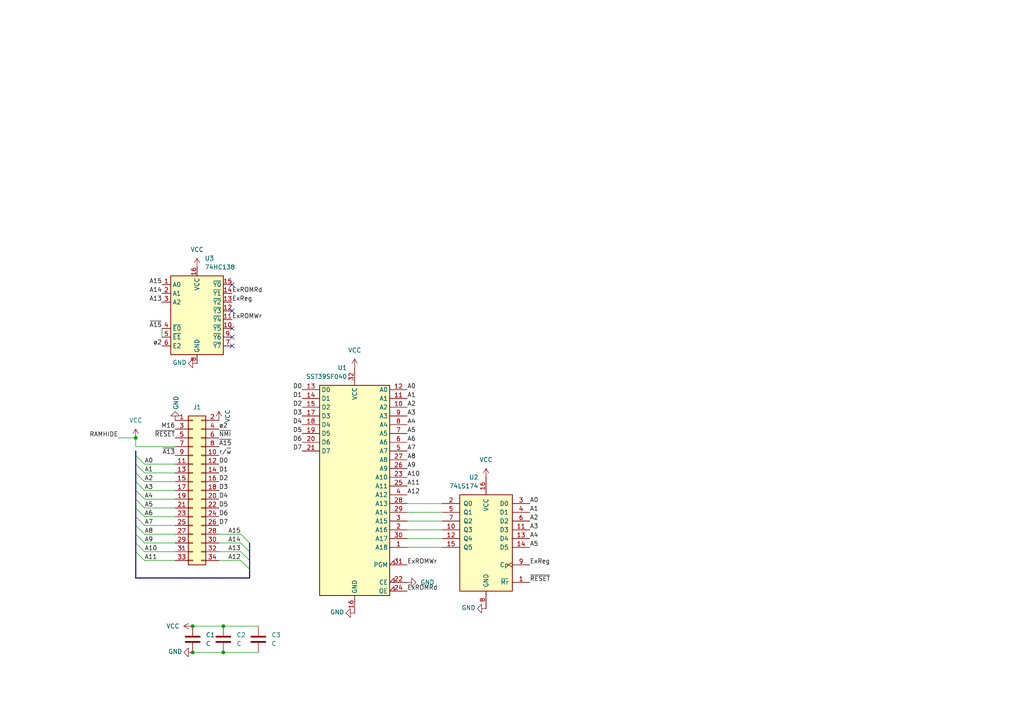
<source format=kicad_sch>
(kicad_sch (version 20231120) (generator "eeschema") (generator_version "8.0")
  (paper "A4")
  (lib_symbols
    (symbol "74xx:74HC138"
      (property "Reference" "U" (at -7.62 13.97 0))
      (property "Value" "74HC138" (at 2.54 -11.43 0))
      (symbol "74HC138_0_1"
        (rectangle (start -7.62 12.7) (end 7.62 -10.16) (stroke (width 0.254)) (fill (type background)))
      )
      (symbol "74HC138_1_1"
        (pin input line (at -10.16 10.16 0) (length 2.54) (name "A0") (number "1"))
        (pin output line (at 10.16 -2.54 180) (length 2.54) (name "~{Y5}") (number "10"))
        (pin output line (at 10.16 0 180) (length 2.54) (name "~{Y4}") (number "11"))
        (pin output line (at 10.16 2.54 180) (length 2.54) (name "~{Y3}") (number "12"))
        (pin output line (at 10.16 5.08 180) (length 2.54) (name "~{Y2}") (number "13"))
        (pin output line (at 10.16 7.62 180) (length 2.54) (name "~{Y1}") (number "14"))
        (pin output line (at 10.16 10.16 180) (length 2.54) (name "~{Y0}") (number "15"))
        (pin power_in line (at 0 15.24 270) (length 2.54) (name "VCC") (number "16"))
        (pin input line (at -10.16 7.62 0) (length 2.54) (name "A1") (number "2"))
        (pin input line (at -10.16 5.08 0) (length 2.54) (name "A2") (number "3"))
        (pin input line (at -10.16 -2.54 0) (length 2.54) (name "~{E0}") (number "4"))
        (pin input line (at -10.16 -5.08 0) (length 2.54) (name "~{E1}") (number "5"))
        (pin input line (at -10.16 -7.62 0) (length 2.54) (name "E2") (number "6"))
        (pin output line (at 10.16 -7.62 180) (length 2.54) (name "~{Y7}") (number "7"))
        (pin power_in line (at 0 -12.7 90) (length 2.54) (name "GND") (number "8"))
        (pin output line (at 10.16 -5.08 180) (length 2.54) (name "~{Y6}") (number "9"))
      )
    )
    (symbol "74xx:74LS174" (pin_names (offset 1.016))
      (property "Reference" "U" (at -7.62 13.97 0))
      (property "Value" "74LS174" (at -7.62 -16.51 0))
      (symbol "74LS174_1_0"
        (pin input line (at -12.7 -12.7 0) (length 5.08) (name "~{Mr}") (number "1"))
        (pin output line (at 12.7 2.54 180) (length 5.08) (name "Q3") (number "10"))
        (pin input line (at -12.7 2.54 0) (length 5.08) (name "D3") (number "11"))
        (pin output line (at 12.7 0 180) (length 5.08) (name "Q4") (number "12"))
        (pin input line (at -12.7 0 0) (length 5.08) (name "D4") (number "13"))
        (pin input line (at -12.7 -2.54 0) (length 5.08) (name "D5") (number "14"))
        (pin output line (at 12.7 -2.54 180) (length 5.08) (name "Q5") (number "15"))
        (pin power_in line (at 0 17.78 270) (length 5.08) (name "VCC") (number "16"))
        (pin output line (at 12.7 10.16 180) (length 5.08) (name "Q0") (number "2"))
        (pin input line (at -12.7 10.16 0) (length 5.08) (name "D0") (number "3"))
        (pin input line (at -12.7 7.62 0) (length 5.08) (name "D1") (number "4"))
        (pin output line (at 12.7 7.62 180) (length 5.08) (name "Q1") (number "5"))
        (pin input line (at -12.7 5.08 0) (length 5.08) (name "D2") (number "6"))
        (pin output line (at 12.7 5.08 180) (length 5.08) (name "Q2") (number "7"))
        (pin power_in line (at 0 -20.32 90) (length 5.08) (name "GND") (number "8"))
        (pin input clock (at -12.7 -7.62 0) (length 5.08) (name "Cp") (number "9"))
      )
      (symbol "74LS174_1_1"
        (rectangle (start -7.62 12.7) (end 7.62 -15.24) (stroke (width 0.254)) (fill (type background)))
      )
    )
    (symbol "Connector_Generic:Conn_02x17_Odd_Even" (pin_names (offset 1.016) hide)
      (property "Reference" "J" (at 1.27 22.86 0))
      (property "Value" "Conn_02x17_Odd_Even" (at 1.27 -22.86 0))
      (symbol "Conn_02x17_Odd_Even_1_1"
        (rectangle (start -1.27 -20.193) (end 0 -20.447) (stroke (width 0.1524)))
        (rectangle (start -1.27 -17.653) (end 0 -17.907) (stroke (width 0.1524)))
        (rectangle (start -1.27 -15.113) (end 0 -15.367) (stroke (width 0.1524)))
        (rectangle (start -1.27 -12.573) (end 0 -12.827) (stroke (width 0.1524)))
        (rectangle (start -1.27 -10.033) (end 0 -10.287) (stroke (width 0.1524)))
        (rectangle (start -1.27 -7.493) (end 0 -7.747) (stroke (width 0.1524)))
        (rectangle (start -1.27 -4.953) (end 0 -5.207) (stroke (width 0.1524)))
        (rectangle (start -1.27 -2.413) (end 0 -2.667) (stroke (width 0.1524)))
        (rectangle (start -1.27 0.127) (end 0 -0.127) (stroke (width 0.1524)))
        (rectangle (start -1.27 2.667) (end 0 2.413) (stroke (width 0.1524)))
        (rectangle (start -1.27 5.207) (end 0 4.953) (stroke (width 0.1524)))
        (rectangle (start -1.27 7.747) (end 0 7.493) (stroke (width 0.1524)))
        (rectangle (start -1.27 10.287) (end 0 10.033) (stroke (width 0.1524)))
        (rectangle (start -1.27 12.827) (end 0 12.573) (stroke (width 0.1524)))
        (rectangle (start -1.27 15.367) (end 0 15.113) (stroke (width 0.1524)))
        (rectangle (start -1.27 17.907) (end 0 17.653) (stroke (width 0.1524)))
        (rectangle (start -1.27 20.447) (end 0 20.193) (stroke (width 0.1524)))
        (rectangle (start -1.27 21.59) (end 3.81 -21.59) (stroke (width 0.254)) (fill (type background)))
        (rectangle (start 3.81 -20.193) (end 2.54 -20.447) (stroke (width 0.1524)))
        (rectangle (start 3.81 -17.653) (end 2.54 -17.907) (stroke (width 0.1524)))
        (rectangle (start 3.81 -15.113) (end 2.54 -15.367) (stroke (width 0.1524)))
        (rectangle (start 3.81 -12.573) (end 2.54 -12.827) (stroke (width 0.1524)))
        (rectangle (start 3.81 -10.033) (end 2.54 -10.287) (stroke (width 0.1524)))
        (rectangle (start 3.81 -7.493) (end 2.54 -7.747) (stroke (width 0.1524)))
        (rectangle (start 3.81 -4.953) (end 2.54 -5.207) (stroke (width 0.1524)))
        (rectangle (start 3.81 -2.413) (end 2.54 -2.667) (stroke (width 0.1524)))
        (rectangle (start 3.81 0.127) (end 2.54 -0.127) (stroke (width 0.1524)))
        (rectangle (start 3.81 2.667) (end 2.54 2.413) (stroke (width 0.1524)))
        (rectangle (start 3.81 5.207) (end 2.54 4.953) (stroke (width 0.1524)))
        (rectangle (start 3.81 7.747) (end 2.54 7.493) (stroke (width 0.1524)))
        (rectangle (start 3.81 10.287) (end 2.54 10.033) (stroke (width 0.1524)))
        (rectangle (start 3.81 12.827) (end 2.54 12.573) (stroke (width 0.1524)))
        (rectangle (start 3.81 15.367) (end 2.54 15.113) (stroke (width 0.1524)))
        (rectangle (start 3.81 17.907) (end 2.54 17.653) (stroke (width 0.1524)))
        (rectangle (start 3.81 20.447) (end 2.54 20.193) (stroke (width 0.1524)))
        (pin passive line (at -5.08 20.32 0) (length 3.81) (name "Pin_1") (number "1"))
        (pin passive line (at 7.62 10.16 180) (length 3.81) (name "Pin_10") (number "10"))
        (pin passive line (at -5.08 7.62 0) (length 3.81) (name "Pin_11") (number "11"))
        (pin passive line (at 7.62 7.62 180) (length 3.81) (name "Pin_12") (number "12"))
        (pin passive line (at -5.08 5.08 0) (length 3.81) (name "Pin_13") (number "13"))
        (pin passive line (at 7.62 5.08 180) (length 3.81) (name "Pin_14") (number "14"))
        (pin passive line (at -5.08 2.54 0) (length 3.81) (name "Pin_15") (number "15"))
        (pin passive line (at 7.62 2.54 180) (length 3.81) (name "Pin_16") (number "16"))
        (pin passive line (at -5.08 0 0) (length 3.81) (name "Pin_17") (number "17"))
        (pin passive line (at 7.62 0 180) (length 3.81) (name "Pin_18") (number "18"))
        (pin passive line (at -5.08 -2.54 0) (length 3.81) (name "Pin_19") (number "19"))
        (pin passive line (at 7.62 20.32 180) (length 3.81) (name "Pin_2") (number "2"))
        (pin passive line (at 7.62 -2.54 180) (length 3.81) (name "Pin_20") (number "20"))
        (pin passive line (at -5.08 -5.08 0) (length 3.81) (name "Pin_21") (number "21"))
        (pin passive line (at 7.62 -5.08 180) (length 3.81) (name "Pin_22") (number "22"))
        (pin passive line (at -5.08 -7.62 0) (length 3.81) (name "Pin_23") (number "23"))
        (pin passive line (at 7.62 -7.62 180) (length 3.81) (name "Pin_24") (number "24"))
        (pin passive line (at -5.08 -10.16 0) (length 3.81) (name "Pin_25") (number "25"))
        (pin passive line (at 7.62 -10.16 180) (length 3.81) (name "Pin_26") (number "26"))
        (pin passive line (at -5.08 -12.7 0) (length 3.81) (name "Pin_27") (number "27"))
        (pin passive line (at 7.62 -12.7 180) (length 3.81) (name "Pin_28") (number "28"))
        (pin passive line (at -5.08 -15.24 0) (length 3.81) (name "Pin_29") (number "29"))
        (pin passive line (at -5.08 17.78 0) (length 3.81) (name "Pin_3") (number "3"))
        (pin passive line (at 7.62 -15.24 180) (length 3.81) (name "Pin_30") (number "30"))
        (pin passive line (at -5.08 -17.78 0) (length 3.81) (name "Pin_31") (number "31"))
        (pin passive line (at 7.62 -17.78 180) (length 3.81) (name "Pin_32") (number "32"))
        (pin passive line (at -5.08 -20.32 0) (length 3.81) (name "Pin_33") (number "33"))
        (pin passive line (at 7.62 -20.32 180) (length 3.81) (name "Pin_34") (number "34"))
        (pin passive line (at 7.62 17.78 180) (length 3.81) (name "Pin_4") (number "4"))
        (pin passive line (at -5.08 15.24 0) (length 3.81) (name "Pin_5") (number "5"))
        (pin passive line (at 7.62 15.24 180) (length 3.81) (name "Pin_6") (number "6"))
        (pin passive line (at -5.08 12.7 0) (length 3.81) (name "Pin_7") (number "7"))
        (pin passive line (at 7.62 12.7 180) (length 3.81) (name "Pin_8") (number "8"))
        (pin passive line (at -5.08 10.16 0) (length 3.81) (name "Pin_9") (number "9"))
      )
    )
    (symbol "Device:C" (pin_numbers hide) (pin_names (offset 0.254))
      (property "Reference" "C" (at 0.635 2.54 0))
      (property "Value" "C" (at 0.635 -2.54 0))
      (symbol "C_0_1"
        (polyline (pts (xy -2.032 -0.762) (xy 2.032 -0.762)) (stroke (width 0.508)))
        (polyline (pts (xy -2.032 0.762) (xy 2.032 0.762)) (stroke (width 0.508)))
      )
      (symbol "C_1_1"
        (pin passive line (at 0 3.81 270) (length 2.794) (name "~") (number "1"))
        (pin passive line (at 0 -3.81 90) (length 2.794) (name "~") (number "2"))
      )
    )
    (symbol "GND_10" (power) (pin_numbers hide) (pin_names (offset 0) hide)
      (property "Value" "GND" (at 0 -3.81 0))
      (symbol "GND_10_0_1"
        (polyline (pts (xy 0 0) (xy 0 -1.27) (xy 1.27 -1.27) (xy 0 -2.54) (xy -1.27 -1.27) (xy 0 -1.27)))
      )
      (symbol "GND_10_1_1"
        (pin power_in line (at 0 0 270) (length 0) (name "~") (number "1"))
      )
    )
    (symbol "Memory_Flash:SST39SF040"
      (property "Reference" "U" (at 2.54 33.02 0))
      (property "Value" "SST39SF040" (at 0 -30.48 0))
      (symbol "SST39SF040_0_0"
        (pin power_in line (at 0 -34.29 90) (length 5.08) (name "GND") (number "16"))
        (pin power_in line (at 0 36.83 270) (length 5.08) (name "VCC") (number "32"))
      )
      (symbol "SST39SF040_0_1"
        (rectangle (start -10.16 31.75) (end 10.16 -29.21) (stroke (width 0.254)) (fill (type background)))
      )
      (symbol "SST39SF040_1_1"
        (pin input line (at -15.24 -15.24 0) (length 5.08) (name "A18") (number "1"))
        (pin input line (at -15.24 25.4 0) (length 5.08) (name "A2") (number "10"))
        (pin input line (at -15.24 27.94 0) (length 5.08) (name "A1") (number "11"))
        (pin input line (at -15.24 30.48 0) (length 5.08) (name "A0") (number "12"))
        (pin tri_state line (at 15.24 30.48 180) (length 5.08) (name "D0") (number "13"))
        (pin tri_state line (at 15.24 27.94 180) (length 5.08) (name "D1") (number "14"))
        (pin tri_state line (at 15.24 25.4 180) (length 5.08) (name "D2") (number "15"))
        (pin tri_state line (at 15.24 22.86 180) (length 5.08) (name "D3") (number "17"))
        (pin tri_state line (at 15.24 20.32 180) (length 5.08) (name "D4") (number "18"))
        (pin tri_state line (at 15.24 17.78 180) (length 5.08) (name "D5") (number "19"))
        (pin input line (at -15.24 -10.16 0) (length 5.08) (name "A16") (number "2"))
        (pin tri_state line (at 15.24 15.24 180) (length 5.08) (name "D6") (number "20"))
        (pin tri_state line (at 15.24 12.7 180) (length 5.08) (name "D7") (number "21"))
        (pin input input_low (at -15.24 -25.4 0) (length 5.08) (name "CE") (number "22"))
        (pin input line (at -15.24 5.08 0) (length 5.08) (name "A10") (number "23"))
        (pin input input_low (at -15.24 -27.94 0) (length 5.08) (name "OE") (number "24"))
        (pin input line (at -15.24 2.54 0) (length 5.08) (name "A11") (number "25"))
        (pin input line (at -15.24 7.62 0) (length 5.08) (name "A9") (number "26"))
        (pin input line (at -15.24 10.16 0) (length 5.08) (name "A8") (number "27"))
        (pin input line (at -15.24 -2.54 0) (length 5.08) (name "A13") (number "28"))
        (pin input line (at -15.24 -5.08 0) (length 5.08) (name "A14") (number "29"))
        (pin input line (at -15.24 -7.62 0) (length 5.08) (name "A15") (number "3"))
        (pin input line (at -15.24 -12.7 0) (length 5.08) (name "A17") (number "30"))
        (pin input input_low (at -15.24 -20.32 0) (length 5.08) (name "PGM") (number "31"))
        (pin input line (at -15.24 0 0) (length 5.08) (name "A12") (number "4"))
        (pin input line (at -15.24 12.7 0) (length 5.08) (name "A7") (number "5"))
        (pin input line (at -15.24 15.24 0) (length 5.08) (name "A6") (number "6"))
        (pin input line (at -15.24 17.78 0) (length 5.08) (name "A5") (number "7"))
        (pin input line (at -15.24 20.32 0) (length 5.08) (name "A4") (number "8"))
        (pin input line (at -15.24 22.86 0) (length 5.08) (name "A3") (number "9"))
      )
    )
    (symbol "VCC_5" (power) (pin_numbers hide) (pin_names (offset 0) hide)
      (property "Value" "VCC" (at 0 3.556 0))
      (symbol "VCC_5_0_1"
        (polyline (pts (xy -0.762 1.27) (xy 0 2.54)))
        (polyline (pts (xy 0 0) (xy 0 2.54)))
        (polyline (pts (xy 0 2.54) (xy 0.762 1.27)))
      )
      (symbol "VCC_5_1_1"
        (pin power_in line (at 0 0 90) (length 0) (name "~") (number "1"))
      )
    )
    (symbol "power:GND" (power) (pin_numbers hide) (pin_names (offset 0) hide)
      (property "Value" "GND" (at 0 -3.81 0))
      (symbol "GND_0_1"
        (polyline (pts (xy 0 0) (xy 0 -1.27) (xy 1.27 -1.27) (xy 0 -2.54) (xy -1.27 -1.27) (xy 0 -1.27)))
      )
      (symbol "GND_1_1"
        (pin power_in line (at 0 0 270) (length 0) (name "~") (number "1"))
      )
    )
    (symbol "power:VCC" (power) (pin_numbers hide) (pin_names (offset 0) hide)
      (property "Value" "VCC" (at 0 3.556 0))
      (symbol "VCC_0_1"
        (polyline (pts (xy -0.762 1.27) (xy 0 2.54)))
        (polyline (pts (xy 0 0) (xy 0 2.54)))
        (polyline (pts (xy 0 2.54) (xy 0.762 1.27)))
      )
      (symbol "VCC_1_1"
        (pin power_in line (at 0 0 90) (length 0) (name "~") (number "1"))
      )
    )
  )
  (junction (at 55.88 189.23))
  (junction (at 55.88 181.61))
  (junction (at 64.77 189.23))
  (junction (at 64.77 181.61))
  (junction (at 39.37 127))
  (no_connect (at 67.31 95.25))
  (no_connect (at 67.31 97.79))
  (no_connect (at 67.31 100.33))
  (no_connect (at 67.31 90.17))
  (no_connect (at 67.31 82.55))
  (bus_entry (at 41.91 149.86) (size -2.54 -2.54))
  (bus_entry (at 41.91 134.62) (size -2.54 -2.54))
  (bus_entry (at 41.91 160.02) (size -2.54 -2.54))
  (bus_entry (at 41.91 147.32) (size -2.54 -2.54))
  (bus_entry (at 41.91 137.16) (size -2.54 -2.54))
  (bus_entry (at 41.91 162.56) (size -2.54 -2.54))
  (bus_entry (at 41.91 154.94) (size -2.54 -2.54))
  (bus_entry (at 41.91 144.78) (size -2.54 -2.54))
  (bus_entry (at 69.85 162.56) (size 2.54 2.54))
  (bus_entry (at 41.91 139.7) (size -2.54 -2.54))
  (bus_entry (at 41.91 152.4) (size -2.54 -2.54))
  (bus_entry (at 41.91 157.48) (size -2.54 -2.54))
  (bus_entry (at 69.85 160.02) (size 2.54 2.54))
  (bus_entry (at 69.85 154.94) (size 2.54 2.54))
  (bus_entry (at 41.91 142.24) (size -2.54 -2.54))
  (bus_entry (at 69.85 157.48) (size 2.54 2.54))
  (wire (pts (xy 118.11 151.13) (xy 128.27 151.13)))
  (bus (pts (xy 39.37 144.78) (xy 39.37 147.32)))
  (wire (pts (xy 41.91 142.24) (xy 50.8 142.24)))
  (wire (pts (xy 118.11 156.21) (xy 128.27 156.21)))
  (wire (pts (xy 34.29 127) (xy 39.37 127)))
  (wire (pts (xy 118.11 146.05) (xy 128.27 146.05)))
  (bus (pts (xy 72.39 160.02) (xy 72.39 162.56)))
  (bus (pts (xy 72.39 162.56) (xy 72.39 165.1)))
  (wire (pts (xy 41.91 147.32) (xy 50.8 147.32)))
  (wire (pts (xy 41.91 160.02) (xy 50.8 160.02)))
  (wire (pts (xy 41.91 139.7) (xy 50.8 139.7)))
  (wire (pts (xy 55.88 181.61) (xy 64.77 181.61)))
  (bus (pts (xy 39.37 134.62) (xy 39.37 137.16)))
  (wire (pts (xy 64.77 181.61) (xy 74.93 181.61)))
  (wire (pts (xy 41.91 134.62) (xy 50.8 134.62)))
  (wire (pts (xy 128.27 158.75) (xy 118.11 158.75)))
  (bus (pts (xy 39.37 130.81) (xy 39.37 132.08)))
  (wire (pts (xy 41.91 149.86) (xy 50.8 149.86)))
  (wire (pts (xy 39.37 127) (xy 39.37 129.54)))
  (bus (pts (xy 72.39 157.48) (xy 72.39 160.02)))
  (bus (pts (xy 39.37 137.16) (xy 39.37 139.7)))
  (wire (pts (xy 118.11 153.67) (xy 128.27 153.67)))
  (bus (pts (xy 39.37 160.02) (xy 39.37 167.64)))
  (wire (pts (xy 41.91 144.78) (xy 50.8 144.78)))
  (wire (pts (xy 64.77 189.23) (xy 74.93 189.23)))
  (bus (pts (xy 72.39 167.64) (xy 39.37 167.64)))
  (bus (pts (xy 39.37 132.08) (xy 39.37 134.62)))
  (wire (pts (xy 41.91 137.16) (xy 50.8 137.16)))
  (wire (pts (xy 41.91 157.48) (xy 50.8 157.48)))
  (bus (pts (xy 39.37 157.48) (xy 39.37 160.02)))
  (wire (pts (xy 69.85 154.94) (xy 63.5 154.94)))
  (wire (pts (xy 39.37 129.54) (xy 50.8 129.54)))
  (wire (pts (xy 118.11 148.59) (xy 128.27 148.59)))
  (bus (pts (xy 39.37 154.94) (xy 39.37 157.48)))
  (bus (pts (xy 39.37 147.32) (xy 39.37 149.86)))
  (wire (pts (xy 41.91 152.4) (xy 50.8 152.4)))
  (wire (pts (xy 69.85 157.48) (xy 63.5 157.48)))
  (wire (pts (xy 41.91 162.56) (xy 50.8 162.56)))
  (bus (pts (xy 39.37 139.7) (xy 39.37 142.24)))
  (wire (pts (xy 55.88 189.23) (xy 64.77 189.23)))
  (bus (pts (xy 39.37 152.4) (xy 39.37 154.94)))
  (wire (pts (xy 69.85 160.02) (xy 63.5 160.02)))
  (wire (pts (xy 46.99 95.25) (xy 46.99 97.79)))
  (bus (pts (xy 72.39 165.1) (xy 72.39 167.64)))
  (wire (pts (xy 69.85 162.56) (xy 63.5 162.56)))
  (bus (pts (xy 39.37 149.86) (xy 39.37 152.4)))
  (wire (pts (xy 41.91 154.94) (xy 50.8 154.94)))
  (bus (pts (xy 39.37 142.24) (xy 39.37 144.78)))
  (label "A8" (at 41.91 154.94 0))
  (label "M16" (at 50.8 124.46 180))
  (label "A8" (at 118.11 133.35 0))
  (label "D2" (at 63.5 139.7 0))
  (label "D2" (at 87.63 118.11 180))
  (label "ExReg" (at 67.31 87.63 0))
  (label "~{RESET}" (at 50.8 127 180))
  (label "A2" (at 41.91 139.7 0))
  (label "A15" (at 46.99 82.55 180))
  (label "A5" (at 118.11 125.73 0))
  (label "RAMHIDE" (at 34.29 127 180))
  (label "A5" (at 153.67 158.75 0))
  (label "A7" (at 41.91 152.4 0))
  (label "A13" (at 69.85 160.02 180))
  (label "~{A15}" (at 63.5 129.54 0))
  (label "A1" (at 41.91 137.16 0))
  (label "~{NMI}" (at 63.5 127 0))
  (label "D6" (at 63.5 149.86 0))
  (label "A9" (at 41.91 157.48 0))
  (label "r{slash}~{w}" (at 63.5 132.08 0))
  (label "D1" (at 63.5 137.16 0))
  (label "ExROMWr" (at 118.11 163.83 0))
  (label "A10" (at 118.11 138.43 0))
  (label "A0" (at 153.67 146.05 0))
  (label "D7" (at 63.5 152.4 0))
  (label "A2" (at 153.67 151.13 0))
  (label "A12" (at 118.11 143.51 0))
  (label "A7" (at 118.11 130.81 0))
  (label "A11" (at 118.11 140.97 0))
  (label "A12" (at 69.85 162.56 180))
  (label "D0" (at 87.63 113.03 180))
  (label "A4" (at 41.91 144.78 0))
  (label "~{RESET}" (at 153.67 168.91 0))
  (label "A1" (at 118.11 115.57 0))
  (label "D3" (at 87.63 120.65 180))
  (label "A6" (at 41.91 149.86 0))
  (label "A6" (at 118.11 128.27 0))
  (label "ExROMRd" (at 118.11 171.45 0))
  (label "ExReg" (at 153.67 163.83 0))
  (label "ExROMRd" (at 67.31 85.09 0))
  (label "A5" (at 41.91 147.32 0))
  (label "A3" (at 153.67 153.67 0))
  (label "D4" (at 87.63 123.19 180))
  (label "D1" (at 87.63 115.57 180))
  (label "~{A15}" (at 46.99 95.25 180))
  (label "A4" (at 118.11 123.19 0))
  (label "D4" (at 63.5 144.78 0))
  (label "D0" (at 63.5 134.62 0))
  (label "ExROMWr" (at 67.31 92.71 0))
  (label "A15" (at 69.85 154.94 180))
  (label "A13" (at 46.99 87.63 180))
  (label "A14" (at 69.85 157.48 180))
  (label "A2" (at 118.11 118.11 0))
  (label "A14" (at 46.99 85.09 180))
  (label "A0" (at 118.11 113.03 0))
  (label "D5" (at 87.63 125.73 180))
  (label "A10" (at 41.91 160.02 0))
  (label "A3" (at 118.11 120.65 0))
  (label "~{A13}" (at 50.8 132.08 180))
  (label "ø2" (at 63.5 124.46 0))
  (label "A11" (at 41.91 162.56 0))
  (label "D6" (at 87.63 128.27 180))
  (label "A0" (at 41.91 134.62 0))
  (label "A4" (at 153.67 156.21 0))
  (label "ø2" (at 46.99 100.33 180))
  (label "A9" (at 118.11 135.89 0))
  (label "D7" (at 87.63 130.81 180))
  (label "D5" (at 63.5 147.32 0))
  (label "A3" (at 41.91 142.24 0))
  (label "D3" (at 63.5 142.24 0))
  (label "A1" (at 153.67 148.59 0))
  (symbol (lib_id "power:VCC") (at 55.88 181.61 90) (unit 1)
    (property "Reference" "#PWR011" (effects (hide yes)))
    (property "Value" "VCC" (at 52.07 181.6099 90) (effects (justify left)))
    (property "Description" "Power symbol creates a global label with name \"VCC\"" (effects (hide yes)))
  )
  (symbol (lib_name "GND_10") (lib_id "power:GND") (at 50.8 121.92 180) (unit 1)
    (property "Reference" "#PWR01" (effects (hide yes)))
    (property "Value" "GND" (at 51.054 116.84 90))
    (property "Description" "Power symbol creates a global label with name \"GND\" , ground" (effects (hide yes)))
  )
  (symbol (lib_id "power:VCC") (at 140.97 138.43 0) (unit 1)
    (property "Reference" "#PWR08" (effects (hide yes)))
    (property "Value" "VCC" (at 140.97 133.35 0))
    (property "Description" "Power symbol creates a global label with name \"VCC\"" (effects (hide yes)))
  )
  (symbol (lib_id "power:GND") (at 118.11 168.91 90) (unit 1)
    (property "Reference" "#PWR03" (effects (hide yes)))
    (property "Value" "GND" (at 121.92 168.9099 90) (effects (justify right)))
    (property "Description" "Power symbol creates a global label with name \"GND\" , ground" (effects (hide yes)))
  )
  (symbol (lib_name "GND_10") (lib_id "power:GND") (at 55.88 189.23 270) (unit 1)
    (property "Reference" "#PWR010" (effects (hide yes)))
    (property "Value" "GND" (at 50.8 188.976 90))
    (property "Description" "Power symbol creates a global label with name \"GND\" , ground" (effects (hide yes)))
  )
  (symbol (lib_id "74xx:74HC138") (at 57.15 92.71 0) (unit 1)
    (property "Reference" "U3" (at 59.3441 74.93 0) (effects (justify left)))
    (property "Value" "74HC138" (at 59.3441 77.47 0) (effects (justify left)))
    (property "Footprint" "PCM_Package_DIP_AKL:DIP-16_W7.62mm_LongPads" (effects (hide yes)))
    (property "Datasheet" "http://www.ti.com/lit/ds/symlink/cd74hc238.pdf" (effects (hide yes)))
    (property "Description" "3-to-8 line decoder/multiplexer inverting, DIP-16/SOIC-16/SSOP-16" (effects (hide yes)))
  )
  (symbol (lib_id "74xx:74LS174") (at 140.97 156.21 0) (mirror y) (unit 1)
    (property "Reference" "U2" (at 138.7759 138.43 0) (effects (justify left)))
    (property "Value" "74LS174" (at 138.7759 140.97 0) (effects (justify left)))
    (property "Footprint" "PCM_Package_DIP_AKL:DIP-16_W7.62mm_LongPads" (effects (hide yes)))
    (property "Datasheet" "http://www.ti.com/lit/gpn/sn74LS174" (effects (hide yes)))
    (property "Description" "Hex D-type Flip-Flop, reset" (effects (hide yes)))
  )
  (symbol (lib_id "Device:C") (at 74.93 185.42 180) (unit 1)
    (property "Reference" "C3" (at 78.74 184.1499 0) (effects (justify right)))
    (property "Value" "C" (at 78.74 186.6899 0) (effects (justify right)))
    (property "Footprint" "Capacitor_THT:C_Disc_D3.0mm_W1.6mm_P2.50mm" (effects (hide yes)))
    (property "Description" "Unpolarized capacitor" (effects (hide yes)))
  )
  (symbol (lib_id "Device:C") (at 64.77 185.42 180) (unit 1)
    (property "Reference" "C2" (at 68.58 184.1499 0) (effects (justify right)))
    (property "Value" "C" (at 68.58 186.6899 0) (effects (justify right)))
    (property "Footprint" "Capacitor_THT:C_Disc_D3.0mm_W1.6mm_P2.50mm" (effects (hide yes)))
    (property "Description" "Unpolarized capacitor" (effects (hide yes)))
  )
  (symbol (lib_name "GND_10") (lib_id "power:GND") (at 140.97 176.53 270) (unit 1)
    (property "Reference" "#PWR05" (effects (hide yes)))
    (property "Value" "GND" (at 135.89 176.276 90))
    (property "Description" "Power symbol creates a global label with name \"GND\" , ground" (effects (hide yes)))
  )
  (symbol (lib_id "power:VCC") (at 39.37 127 0) (unit 1)
    (property "Reference" "#PWR012" (effects (hide yes)))
    (property "Value" "VCC" (at 39.37 121.92 0))
    (property "Description" "Power symbol creates a global label with name \"VCC\"" (effects (hide yes)))
  )
  (symbol (lib_id "Device:C") (at 55.88 185.42 180) (unit 1)
    (property "Reference" "C1" (at 59.69 184.1499 0) (effects (justify right)))
    (property "Value" "C" (at 59.69 186.6899 0) (effects (justify right)))
    (property "Footprint" "Capacitor_THT:C_Disc_D3.0mm_W1.6mm_P2.50mm" (effects (hide yes)))
    (property "Description" "Unpolarized capacitor" (effects (hide yes)))
  )
  (symbol (lib_id "power:VCC") (at 57.15 77.47 0) (unit 1)
    (property "Reference" "#PWR09" (effects (hide yes)))
    (property "Value" "VCC" (at 57.15 72.39 0))
    (property "Description" "Power symbol creates a global label with name \"VCC\"" (effects (hide yes)))
  )
  (symbol (lib_name "GND_10") (lib_id "power:GND") (at 102.87 177.8 270) (unit 1)
    (property "Reference" "#PWR04" (effects (hide yes)))
    (property "Value" "GND" (at 97.79 177.546 90))
    (property "Description" "Power symbol creates a global label with name \"GND\" , ground" (effects (hide yes)))
  )
  (symbol (lib_name "GND_10") (lib_id "power:GND") (at 57.15 105.41 270) (unit 1)
    (property "Reference" "#PWR06" (effects (hide yes)))
    (property "Value" "GND" (at 52.07 105.156 90))
    (property "Description" "Power symbol creates a global label with name \"GND\" , ground" (effects (hide yes)))
  )
  (symbol (lib_id "power:VCC") (at 102.87 106.68 0) (unit 1)
    (property "Reference" "#PWR07" (effects (hide yes)))
    (property "Value" "VCC" (at 102.87 101.6 0))
    (property "Description" "Power symbol creates a global label with name \"VCC\"" (effects (hide yes)))
  )
  (symbol (lib_id "Connector_Generic:Conn_02x17_Odd_Even") (at 55.88 142.24 0) (unit 1)
    (property "Reference" "J1" (at 57.15 118.11 0))
    (property "Value" "Conn_02x17_Odd_Even" (effects (hide yes)))
    (property "Footprint" "Connector_IDC:IDC-Header_2x17_P2.54mm_Horizontal" (effects (hide yes)))
    (property "Description" "Generic connector, double row, 02x17, odd/even pin numbering scheme (row 1 odd numbers, row 2 even numbers), script generated (kicad-library-utils/schlib/autogen/connector/)" (effects (hide yes)))
  )
  (symbol (lib_id "Memory_Flash:SST39SF040") (at 102.87 143.51 0) (mirror y) (unit 1)
    (property "Reference" "U1" (at 100.6759 106.68 0) (effects (justify left)))
    (property "Value" "SST39SF040" (at 100.6759 109.22 0) (effects (justify left)))
    (property "Footprint" "Package_DIP:DIP-32_W15.24mm_LongPads" (effects (hide yes)))
    (property "Datasheet" "http://ww1.microchip.com/downloads/en/DeviceDoc/25022B.pdf" (effects (hide yes)))
    (property "Description" "Silicon Storage Technology (SSF) 512k x 8 Flash ROM" (effects (hide yes)))
  )
  (symbol (lib_name "VCC_5") (lib_id "power:VCC") (at 63.5 121.92 0) (unit 1)
    (property "Reference" "#PWR02" (effects (hide yes)))
    (property "Value" "VCC" (at 66.04 120.65 90))
    (property "Description" "Power symbol creates a global label with name \"VCC\"" (effects (hide yes)))
  )
)
</source>
